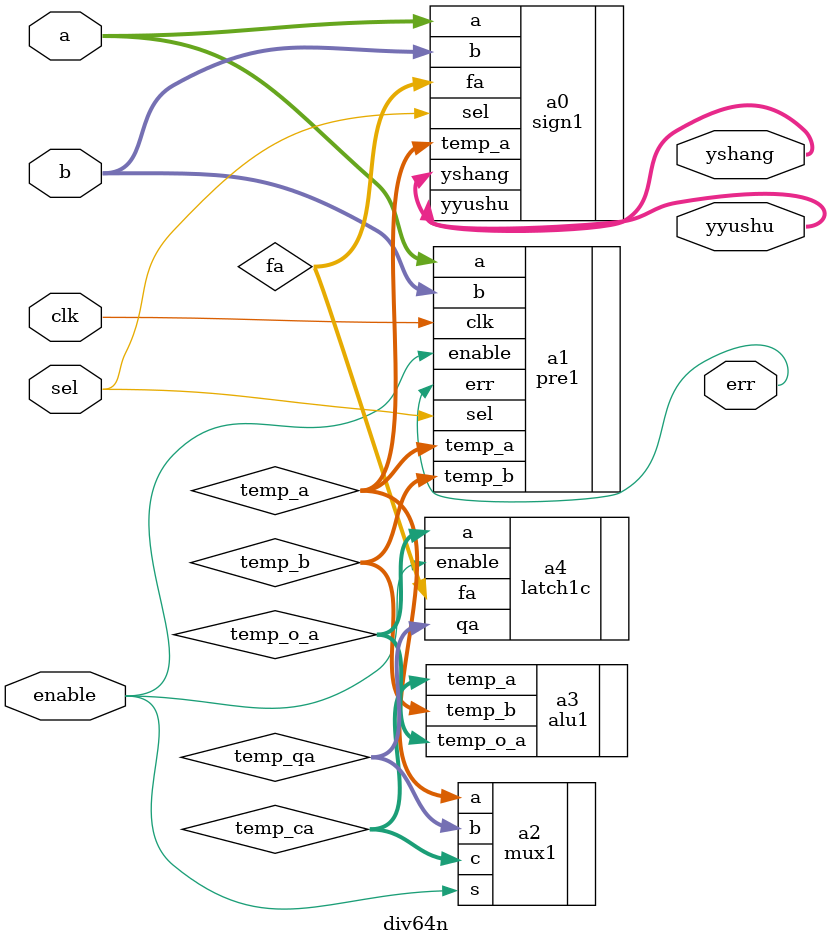
<source format=v>
`timescale 1ns / 1ps


module div64n  
(  
input[63:0] a,   
input[63:0] b,  
input enable,
input sel,
input clk,
output [63:0] yshang,  
output [63:0] yyushu,
output err
// output reg done 
);  
  
wire[63:0] tempa;  
wire[63:0] tempb;  
wire[127:0] temp_a;  
wire[127:0] temp_qa;  
wire[127:0] temp_ca;  
wire[127:0] temp_b;
wire [127:0] temp_o_a;  
integer i; 
wire c;
wire [127:0] fa;
// assign c=sel?a[63]^b[63]:0; 

sign1 a0(.a(a),.b(b),.temp_a(temp_a),.sel(sel),.yshang(yshang),.yyushu(yyushu),.fa(fa));
pre1 a1(.a(a),.b(b),.enable(enable),.sel(sel),.clk(clk),.temp_a(temp_a),.temp_b(temp_b),.err(err));
mux1 a2(.a(temp_a),.b(temp_qa),.s(enable),.c(temp_ca));
alu1 a3(.temp_a(temp_ca),.temp_b(temp_b),.temp_o_a(temp_o_a));
latch1c a4(.enable(enable),.a(temp_o_a),.qa(temp_qa),.fa(fa));


// always@(posedge clk)
// begin
//     if(enable)
//     begin
//     if(!b)
//     begin
//     err<=0;
//     if(sel)
//     begin  
//         tempa <= a[63]?(~a+1):a;  
//         tempb <= b[63]?(~b+1):b;
//     end
//     else if(sel==0)
//     begin
//         tempa<=a;
//         tempb<=b;
//     end
//     temp_a <= {64'h00000000,tempa};  
//     temp_b <= {tempb,64'h00000000};  
//     end
//     else
//     err<=1;
//     end
// end 
  
// assign yshang = c?(~temp_a[63:0]+1):temp_a[63:0]; 
// assign yyushu =sel?(a[63]?(~temp_a[127:64]+1):temp_a[127:64]):temp_a[127:64];

// always @(tempa or tempb)  
//begin  
// if(enable)
//   begin
//     if(!b)
// 	err = 1;
//     else
//     begin
//     err = 0;
//     temp_a = {64'h00000000,tempa};  
//     temp_b = {tempb,64'h00000000};  
    // done = 0; 
    
    


    // for(i = 0;i < 64;i = i + 1)  
    //     begin  
    //         temp_a = {temp_a[126:0],1'b0};  
    //         if(temp_a[127:64] >= tempb)  
    //             temp_a = temp_a - temp_b + 1'b1;  
    //         else  
    //             temp_a = temp_a;  
    //     end  
  
    // yshang = c?(~temp_a[63:0]+1):temp_a[63:0]; 
    // yyushu =sel?(a[63]?(~temp_a[127:64]+1):temp_a[127:64]):temp_a[127:64];
    // done = 1; 
//
//   end
// end  
  
endmodule

</source>
